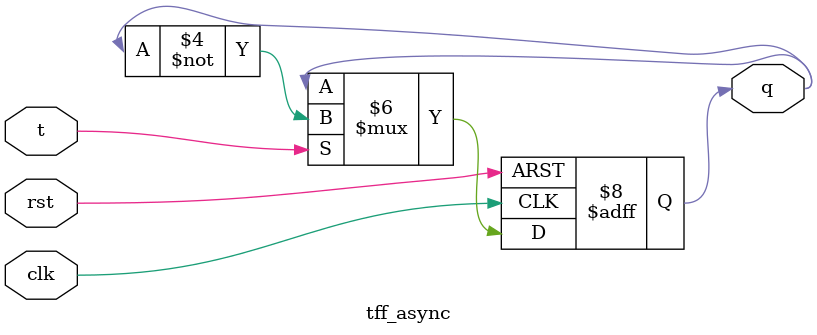
<source format=v>
module tff_async(input clk,rst,t,output reg q);
  always @(posedge clk or negedge rst) begin
    if(!rst) q<=0;
    else if(t==0) q<=q;
    else q<=~q;
  end
endmodule

</source>
